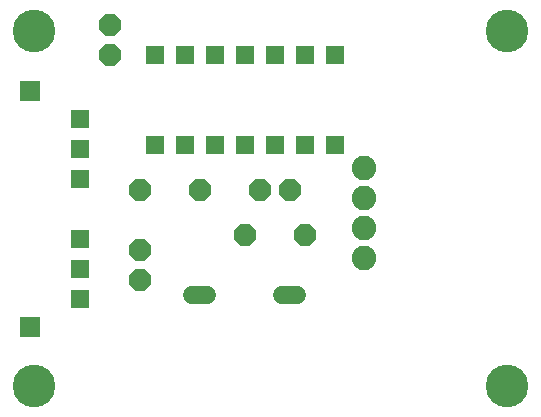
<source format=gbr>
G04 EAGLE Gerber RS-274X export*
G75*
%MOMM*%
%FSLAX34Y34*%
%LPD*%
%INSoldermask Bottom*%
%IPPOS*%
%AMOC8*
5,1,8,0,0,1.08239X$1,22.5*%
G01*
%ADD10C,3.603200*%
%ADD11P,1.951982X8X112.500000*%
%ADD12P,1.951982X8X22.500000*%
%ADD13C,2.082800*%
%ADD14C,1.524000*%
%ADD15R,1.511200X1.511200*%
%ADD16R,1.711200X1.711200*%
%ADD17P,2.034460X8X202.500000*%


D10*
X25000Y325000D03*
X425000Y325000D03*
X425000Y25000D03*
X25000Y25000D03*
D11*
X114300Y114300D03*
X114300Y139700D03*
D12*
X215900Y190500D03*
X241300Y190500D03*
D11*
X88900Y304800D03*
X88900Y330200D03*
D13*
X304000Y209400D03*
X304000Y184000D03*
X304000Y158600D03*
X304000Y133200D03*
D14*
X247904Y101600D02*
X234696Y101600D01*
X171704Y101600D02*
X158496Y101600D01*
D15*
X203200Y304800D03*
X203200Y228600D03*
X177800Y304800D03*
X152400Y304800D03*
X127000Y304800D03*
X127000Y228600D03*
X152400Y228600D03*
X177800Y228600D03*
X228600Y228600D03*
X254000Y228600D03*
X279400Y228600D03*
X228600Y304800D03*
X254000Y304800D03*
X279400Y304800D03*
X63500Y149600D03*
X63500Y124200D03*
X63500Y98800D03*
X63500Y200400D03*
X63500Y225800D03*
X63500Y251200D03*
D16*
X21500Y275000D03*
X21500Y75000D03*
D17*
X165100Y190500D03*
X114300Y190500D03*
X254000Y152400D03*
X203200Y152400D03*
M02*

</source>
